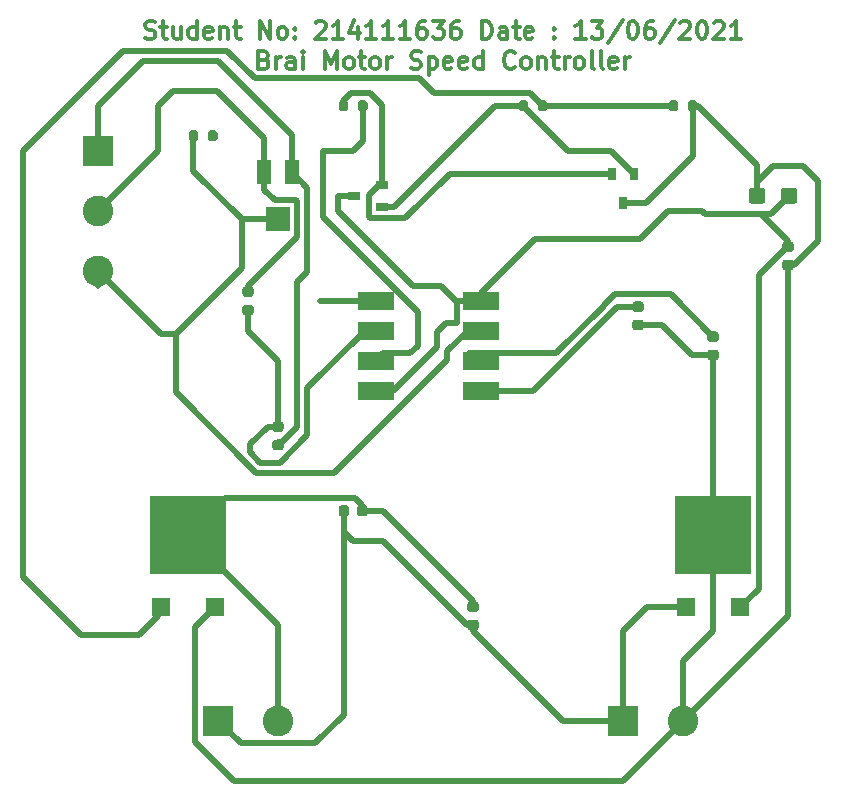
<source format=gbr>
%TF.GenerationSoftware,KiCad,Pcbnew,(5.1.8)-1*%
%TF.CreationDate,2021-06-13T11:57:15+02:00*%
%TF.ProjectId,Assignment3,41737369-676e-46d6-956e-74332e6b6963,rev?*%
%TF.SameCoordinates,Original*%
%TF.FileFunction,Copper,L1,Top*%
%TF.FilePolarity,Positive*%
%FSLAX46Y46*%
G04 Gerber Fmt 4.6, Leading zero omitted, Abs format (unit mm)*
G04 Created by KiCad (PCBNEW (5.1.8)-1) date 2021-06-13 11:57:15*
%MOMM*%
%LPD*%
G01*
G04 APERTURE LIST*
%TA.AperFunction,NonConductor*%
%ADD10C,0.300000*%
%TD*%
%TA.AperFunction,SMDPad,CuDef*%
%ADD11R,3.100000X1.600000*%
%TD*%
%TA.AperFunction,SMDPad,CuDef*%
%ADD12R,6.500000X6.700000*%
%TD*%
%TA.AperFunction,SMDPad,CuDef*%
%ADD13R,1.500000X1.600000*%
%TD*%
%TA.AperFunction,ComponentPad*%
%ADD14C,2.600000*%
%TD*%
%TA.AperFunction,ComponentPad*%
%ADD15R,2.600000X2.600000*%
%TD*%
%TA.AperFunction,SMDPad,CuDef*%
%ADD16R,1.300000X2.000000*%
%TD*%
%TA.AperFunction,SMDPad,CuDef*%
%ADD17R,2.000000X2.000000*%
%TD*%
%TA.AperFunction,SMDPad,CuDef*%
%ADD18R,0.700000X1.000000*%
%TD*%
%TA.AperFunction,SMDPad,CuDef*%
%ADD19R,1.000000X0.700000*%
%TD*%
%TA.AperFunction,Conductor*%
%ADD20C,0.508000*%
%TD*%
G04 APERTURE END LIST*
D10*
X87235714Y-39972142D02*
X87450000Y-40043571D01*
X87807142Y-40043571D01*
X87950000Y-39972142D01*
X88021428Y-39900714D01*
X88092857Y-39757857D01*
X88092857Y-39615000D01*
X88021428Y-39472142D01*
X87950000Y-39400714D01*
X87807142Y-39329285D01*
X87521428Y-39257857D01*
X87378571Y-39186428D01*
X87307142Y-39115000D01*
X87235714Y-38972142D01*
X87235714Y-38829285D01*
X87307142Y-38686428D01*
X87378571Y-38615000D01*
X87521428Y-38543571D01*
X87878571Y-38543571D01*
X88092857Y-38615000D01*
X88521428Y-39043571D02*
X89092857Y-39043571D01*
X88735714Y-38543571D02*
X88735714Y-39829285D01*
X88807142Y-39972142D01*
X88950000Y-40043571D01*
X89092857Y-40043571D01*
X90235714Y-39043571D02*
X90235714Y-40043571D01*
X89592857Y-39043571D02*
X89592857Y-39829285D01*
X89664285Y-39972142D01*
X89807142Y-40043571D01*
X90021428Y-40043571D01*
X90164285Y-39972142D01*
X90235714Y-39900714D01*
X91592857Y-40043571D02*
X91592857Y-38543571D01*
X91592857Y-39972142D02*
X91450000Y-40043571D01*
X91164285Y-40043571D01*
X91021428Y-39972142D01*
X90950000Y-39900714D01*
X90878571Y-39757857D01*
X90878571Y-39329285D01*
X90950000Y-39186428D01*
X91021428Y-39115000D01*
X91164285Y-39043571D01*
X91450000Y-39043571D01*
X91592857Y-39115000D01*
X92878571Y-39972142D02*
X92735714Y-40043571D01*
X92450000Y-40043571D01*
X92307142Y-39972142D01*
X92235714Y-39829285D01*
X92235714Y-39257857D01*
X92307142Y-39115000D01*
X92450000Y-39043571D01*
X92735714Y-39043571D01*
X92878571Y-39115000D01*
X92950000Y-39257857D01*
X92950000Y-39400714D01*
X92235714Y-39543571D01*
X93592857Y-39043571D02*
X93592857Y-40043571D01*
X93592857Y-39186428D02*
X93664285Y-39115000D01*
X93807142Y-39043571D01*
X94021428Y-39043571D01*
X94164285Y-39115000D01*
X94235714Y-39257857D01*
X94235714Y-40043571D01*
X94735714Y-39043571D02*
X95307142Y-39043571D01*
X94950000Y-38543571D02*
X94950000Y-39829285D01*
X95021428Y-39972142D01*
X95164285Y-40043571D01*
X95307142Y-40043571D01*
X96950000Y-40043571D02*
X96950000Y-38543571D01*
X97807142Y-40043571D01*
X97807142Y-38543571D01*
X98735714Y-40043571D02*
X98592857Y-39972142D01*
X98521428Y-39900714D01*
X98450000Y-39757857D01*
X98450000Y-39329285D01*
X98521428Y-39186428D01*
X98592857Y-39115000D01*
X98735714Y-39043571D01*
X98950000Y-39043571D01*
X99092857Y-39115000D01*
X99164285Y-39186428D01*
X99235714Y-39329285D01*
X99235714Y-39757857D01*
X99164285Y-39900714D01*
X99092857Y-39972142D01*
X98950000Y-40043571D01*
X98735714Y-40043571D01*
X99878571Y-39900714D02*
X99950000Y-39972142D01*
X99878571Y-40043571D01*
X99807142Y-39972142D01*
X99878571Y-39900714D01*
X99878571Y-40043571D01*
X99878571Y-39115000D02*
X99950000Y-39186428D01*
X99878571Y-39257857D01*
X99807142Y-39186428D01*
X99878571Y-39115000D01*
X99878571Y-39257857D01*
X101664285Y-38686428D02*
X101735714Y-38615000D01*
X101878571Y-38543571D01*
X102235714Y-38543571D01*
X102378571Y-38615000D01*
X102450000Y-38686428D01*
X102521428Y-38829285D01*
X102521428Y-38972142D01*
X102450000Y-39186428D01*
X101592857Y-40043571D01*
X102521428Y-40043571D01*
X103950000Y-40043571D02*
X103092857Y-40043571D01*
X103521428Y-40043571D02*
X103521428Y-38543571D01*
X103378571Y-38757857D01*
X103235714Y-38900714D01*
X103092857Y-38972142D01*
X105235714Y-39043571D02*
X105235714Y-40043571D01*
X104878571Y-38472142D02*
X104521428Y-39543571D01*
X105450000Y-39543571D01*
X106807142Y-40043571D02*
X105950000Y-40043571D01*
X106378571Y-40043571D02*
X106378571Y-38543571D01*
X106235714Y-38757857D01*
X106092857Y-38900714D01*
X105950000Y-38972142D01*
X108235714Y-40043571D02*
X107378571Y-40043571D01*
X107807142Y-40043571D02*
X107807142Y-38543571D01*
X107664285Y-38757857D01*
X107521428Y-38900714D01*
X107378571Y-38972142D01*
X109664285Y-40043571D02*
X108807142Y-40043571D01*
X109235714Y-40043571D02*
X109235714Y-38543571D01*
X109092857Y-38757857D01*
X108950000Y-38900714D01*
X108807142Y-38972142D01*
X110950000Y-38543571D02*
X110664285Y-38543571D01*
X110521428Y-38615000D01*
X110450000Y-38686428D01*
X110307142Y-38900714D01*
X110235714Y-39186428D01*
X110235714Y-39757857D01*
X110307142Y-39900714D01*
X110378571Y-39972142D01*
X110521428Y-40043571D01*
X110807142Y-40043571D01*
X110950000Y-39972142D01*
X111021428Y-39900714D01*
X111092857Y-39757857D01*
X111092857Y-39400714D01*
X111021428Y-39257857D01*
X110950000Y-39186428D01*
X110807142Y-39115000D01*
X110521428Y-39115000D01*
X110378571Y-39186428D01*
X110307142Y-39257857D01*
X110235714Y-39400714D01*
X111592857Y-38543571D02*
X112521428Y-38543571D01*
X112021428Y-39115000D01*
X112235714Y-39115000D01*
X112378571Y-39186428D01*
X112450000Y-39257857D01*
X112521428Y-39400714D01*
X112521428Y-39757857D01*
X112450000Y-39900714D01*
X112378571Y-39972142D01*
X112235714Y-40043571D01*
X111807142Y-40043571D01*
X111664285Y-39972142D01*
X111592857Y-39900714D01*
X113807142Y-38543571D02*
X113521428Y-38543571D01*
X113378571Y-38615000D01*
X113307142Y-38686428D01*
X113164285Y-38900714D01*
X113092857Y-39186428D01*
X113092857Y-39757857D01*
X113164285Y-39900714D01*
X113235714Y-39972142D01*
X113378571Y-40043571D01*
X113664285Y-40043571D01*
X113807142Y-39972142D01*
X113878571Y-39900714D01*
X113950000Y-39757857D01*
X113950000Y-39400714D01*
X113878571Y-39257857D01*
X113807142Y-39186428D01*
X113664285Y-39115000D01*
X113378571Y-39115000D01*
X113235714Y-39186428D01*
X113164285Y-39257857D01*
X113092857Y-39400714D01*
X115735714Y-40043571D02*
X115735714Y-38543571D01*
X116092857Y-38543571D01*
X116307142Y-38615000D01*
X116450000Y-38757857D01*
X116521428Y-38900714D01*
X116592857Y-39186428D01*
X116592857Y-39400714D01*
X116521428Y-39686428D01*
X116450000Y-39829285D01*
X116307142Y-39972142D01*
X116092857Y-40043571D01*
X115735714Y-40043571D01*
X117878571Y-40043571D02*
X117878571Y-39257857D01*
X117807142Y-39115000D01*
X117664285Y-39043571D01*
X117378571Y-39043571D01*
X117235714Y-39115000D01*
X117878571Y-39972142D02*
X117735714Y-40043571D01*
X117378571Y-40043571D01*
X117235714Y-39972142D01*
X117164285Y-39829285D01*
X117164285Y-39686428D01*
X117235714Y-39543571D01*
X117378571Y-39472142D01*
X117735714Y-39472142D01*
X117878571Y-39400714D01*
X118378571Y-39043571D02*
X118950000Y-39043571D01*
X118592857Y-38543571D02*
X118592857Y-39829285D01*
X118664285Y-39972142D01*
X118807142Y-40043571D01*
X118950000Y-40043571D01*
X120021428Y-39972142D02*
X119878571Y-40043571D01*
X119592857Y-40043571D01*
X119450000Y-39972142D01*
X119378571Y-39829285D01*
X119378571Y-39257857D01*
X119450000Y-39115000D01*
X119592857Y-39043571D01*
X119878571Y-39043571D01*
X120021428Y-39115000D01*
X120092857Y-39257857D01*
X120092857Y-39400714D01*
X119378571Y-39543571D01*
X121878571Y-39900714D02*
X121950000Y-39972142D01*
X121878571Y-40043571D01*
X121807142Y-39972142D01*
X121878571Y-39900714D01*
X121878571Y-40043571D01*
X121878571Y-39115000D02*
X121950000Y-39186428D01*
X121878571Y-39257857D01*
X121807142Y-39186428D01*
X121878571Y-39115000D01*
X121878571Y-39257857D01*
X124521428Y-40043571D02*
X123664285Y-40043571D01*
X124092857Y-40043571D02*
X124092857Y-38543571D01*
X123950000Y-38757857D01*
X123807142Y-38900714D01*
X123664285Y-38972142D01*
X125021428Y-38543571D02*
X125950000Y-38543571D01*
X125450000Y-39115000D01*
X125664285Y-39115000D01*
X125807142Y-39186428D01*
X125878571Y-39257857D01*
X125950000Y-39400714D01*
X125950000Y-39757857D01*
X125878571Y-39900714D01*
X125807142Y-39972142D01*
X125664285Y-40043571D01*
X125235714Y-40043571D01*
X125092857Y-39972142D01*
X125021428Y-39900714D01*
X127664285Y-38472142D02*
X126378571Y-40400714D01*
X128450000Y-38543571D02*
X128592857Y-38543571D01*
X128735714Y-38615000D01*
X128807142Y-38686428D01*
X128878571Y-38829285D01*
X128950000Y-39115000D01*
X128950000Y-39472142D01*
X128878571Y-39757857D01*
X128807142Y-39900714D01*
X128735714Y-39972142D01*
X128592857Y-40043571D01*
X128450000Y-40043571D01*
X128307142Y-39972142D01*
X128235714Y-39900714D01*
X128164285Y-39757857D01*
X128092857Y-39472142D01*
X128092857Y-39115000D01*
X128164285Y-38829285D01*
X128235714Y-38686428D01*
X128307142Y-38615000D01*
X128450000Y-38543571D01*
X130235714Y-38543571D02*
X129950000Y-38543571D01*
X129807142Y-38615000D01*
X129735714Y-38686428D01*
X129592857Y-38900714D01*
X129521428Y-39186428D01*
X129521428Y-39757857D01*
X129592857Y-39900714D01*
X129664285Y-39972142D01*
X129807142Y-40043571D01*
X130092857Y-40043571D01*
X130235714Y-39972142D01*
X130307142Y-39900714D01*
X130378571Y-39757857D01*
X130378571Y-39400714D01*
X130307142Y-39257857D01*
X130235714Y-39186428D01*
X130092857Y-39115000D01*
X129807142Y-39115000D01*
X129664285Y-39186428D01*
X129592857Y-39257857D01*
X129521428Y-39400714D01*
X132092857Y-38472142D02*
X130807142Y-40400714D01*
X132521428Y-38686428D02*
X132592857Y-38615000D01*
X132735714Y-38543571D01*
X133092857Y-38543571D01*
X133235714Y-38615000D01*
X133307142Y-38686428D01*
X133378571Y-38829285D01*
X133378571Y-38972142D01*
X133307142Y-39186428D01*
X132450000Y-40043571D01*
X133378571Y-40043571D01*
X134307142Y-38543571D02*
X134450000Y-38543571D01*
X134592857Y-38615000D01*
X134664285Y-38686428D01*
X134735714Y-38829285D01*
X134807142Y-39115000D01*
X134807142Y-39472142D01*
X134735714Y-39757857D01*
X134664285Y-39900714D01*
X134592857Y-39972142D01*
X134450000Y-40043571D01*
X134307142Y-40043571D01*
X134164285Y-39972142D01*
X134092857Y-39900714D01*
X134021428Y-39757857D01*
X133950000Y-39472142D01*
X133950000Y-39115000D01*
X134021428Y-38829285D01*
X134092857Y-38686428D01*
X134164285Y-38615000D01*
X134307142Y-38543571D01*
X135378571Y-38686428D02*
X135450000Y-38615000D01*
X135592857Y-38543571D01*
X135950000Y-38543571D01*
X136092857Y-38615000D01*
X136164285Y-38686428D01*
X136235714Y-38829285D01*
X136235714Y-38972142D01*
X136164285Y-39186428D01*
X135307142Y-40043571D01*
X136235714Y-40043571D01*
X137664285Y-40043571D02*
X136807142Y-40043571D01*
X137235714Y-40043571D02*
X137235714Y-38543571D01*
X137092857Y-38757857D01*
X136950000Y-38900714D01*
X136807142Y-38972142D01*
X97307142Y-41807857D02*
X97521428Y-41879285D01*
X97592857Y-41950714D01*
X97664285Y-42093571D01*
X97664285Y-42307857D01*
X97592857Y-42450714D01*
X97521428Y-42522142D01*
X97378571Y-42593571D01*
X96807142Y-42593571D01*
X96807142Y-41093571D01*
X97307142Y-41093571D01*
X97449999Y-41165000D01*
X97521428Y-41236428D01*
X97592857Y-41379285D01*
X97592857Y-41522142D01*
X97521428Y-41665000D01*
X97449999Y-41736428D01*
X97307142Y-41807857D01*
X96807142Y-41807857D01*
X98307142Y-42593571D02*
X98307142Y-41593571D01*
X98307142Y-41879285D02*
X98378571Y-41736428D01*
X98449999Y-41665000D01*
X98592857Y-41593571D01*
X98735714Y-41593571D01*
X99878571Y-42593571D02*
X99878571Y-41807857D01*
X99807142Y-41665000D01*
X99664285Y-41593571D01*
X99378571Y-41593571D01*
X99235714Y-41665000D01*
X99878571Y-42522142D02*
X99735714Y-42593571D01*
X99378571Y-42593571D01*
X99235714Y-42522142D01*
X99164285Y-42379285D01*
X99164285Y-42236428D01*
X99235714Y-42093571D01*
X99378571Y-42022142D01*
X99735714Y-42022142D01*
X99878571Y-41950714D01*
X100592857Y-42593571D02*
X100592857Y-41593571D01*
X100592857Y-41093571D02*
X100521428Y-41165000D01*
X100592857Y-41236428D01*
X100664285Y-41165000D01*
X100592857Y-41093571D01*
X100592857Y-41236428D01*
X102449999Y-42593571D02*
X102449999Y-41093571D01*
X102949999Y-42165000D01*
X103449999Y-41093571D01*
X103449999Y-42593571D01*
X104378571Y-42593571D02*
X104235714Y-42522142D01*
X104164285Y-42450714D01*
X104092857Y-42307857D01*
X104092857Y-41879285D01*
X104164285Y-41736428D01*
X104235714Y-41665000D01*
X104378571Y-41593571D01*
X104592857Y-41593571D01*
X104735714Y-41665000D01*
X104807142Y-41736428D01*
X104878571Y-41879285D01*
X104878571Y-42307857D01*
X104807142Y-42450714D01*
X104735714Y-42522142D01*
X104592857Y-42593571D01*
X104378571Y-42593571D01*
X105307142Y-41593571D02*
X105878571Y-41593571D01*
X105521428Y-41093571D02*
X105521428Y-42379285D01*
X105592857Y-42522142D01*
X105735714Y-42593571D01*
X105878571Y-42593571D01*
X106592857Y-42593571D02*
X106449999Y-42522142D01*
X106378571Y-42450714D01*
X106307142Y-42307857D01*
X106307142Y-41879285D01*
X106378571Y-41736428D01*
X106449999Y-41665000D01*
X106592857Y-41593571D01*
X106807142Y-41593571D01*
X106949999Y-41665000D01*
X107021428Y-41736428D01*
X107092857Y-41879285D01*
X107092857Y-42307857D01*
X107021428Y-42450714D01*
X106949999Y-42522142D01*
X106807142Y-42593571D01*
X106592857Y-42593571D01*
X107735714Y-42593571D02*
X107735714Y-41593571D01*
X107735714Y-41879285D02*
X107807142Y-41736428D01*
X107878571Y-41665000D01*
X108021428Y-41593571D01*
X108164285Y-41593571D01*
X109735714Y-42522142D02*
X109949999Y-42593571D01*
X110307142Y-42593571D01*
X110449999Y-42522142D01*
X110521428Y-42450714D01*
X110592857Y-42307857D01*
X110592857Y-42165000D01*
X110521428Y-42022142D01*
X110449999Y-41950714D01*
X110307142Y-41879285D01*
X110021428Y-41807857D01*
X109878571Y-41736428D01*
X109807142Y-41665000D01*
X109735714Y-41522142D01*
X109735714Y-41379285D01*
X109807142Y-41236428D01*
X109878571Y-41165000D01*
X110021428Y-41093571D01*
X110378571Y-41093571D01*
X110592857Y-41165000D01*
X111235714Y-41593571D02*
X111235714Y-43093571D01*
X111235714Y-41665000D02*
X111378571Y-41593571D01*
X111664285Y-41593571D01*
X111807142Y-41665000D01*
X111878571Y-41736428D01*
X111949999Y-41879285D01*
X111949999Y-42307857D01*
X111878571Y-42450714D01*
X111807142Y-42522142D01*
X111664285Y-42593571D01*
X111378571Y-42593571D01*
X111235714Y-42522142D01*
X113164285Y-42522142D02*
X113021428Y-42593571D01*
X112735714Y-42593571D01*
X112592857Y-42522142D01*
X112521428Y-42379285D01*
X112521428Y-41807857D01*
X112592857Y-41665000D01*
X112735714Y-41593571D01*
X113021428Y-41593571D01*
X113164285Y-41665000D01*
X113235714Y-41807857D01*
X113235714Y-41950714D01*
X112521428Y-42093571D01*
X114449999Y-42522142D02*
X114307142Y-42593571D01*
X114021428Y-42593571D01*
X113878571Y-42522142D01*
X113807142Y-42379285D01*
X113807142Y-41807857D01*
X113878571Y-41665000D01*
X114021428Y-41593571D01*
X114307142Y-41593571D01*
X114449999Y-41665000D01*
X114521428Y-41807857D01*
X114521428Y-41950714D01*
X113807142Y-42093571D01*
X115807142Y-42593571D02*
X115807142Y-41093571D01*
X115807142Y-42522142D02*
X115664285Y-42593571D01*
X115378571Y-42593571D01*
X115235714Y-42522142D01*
X115164285Y-42450714D01*
X115092857Y-42307857D01*
X115092857Y-41879285D01*
X115164285Y-41736428D01*
X115235714Y-41665000D01*
X115378571Y-41593571D01*
X115664285Y-41593571D01*
X115807142Y-41665000D01*
X118521428Y-42450714D02*
X118449999Y-42522142D01*
X118235714Y-42593571D01*
X118092857Y-42593571D01*
X117878571Y-42522142D01*
X117735714Y-42379285D01*
X117664285Y-42236428D01*
X117592857Y-41950714D01*
X117592857Y-41736428D01*
X117664285Y-41450714D01*
X117735714Y-41307857D01*
X117878571Y-41165000D01*
X118092857Y-41093571D01*
X118235714Y-41093571D01*
X118449999Y-41165000D01*
X118521428Y-41236428D01*
X119378571Y-42593571D02*
X119235714Y-42522142D01*
X119164285Y-42450714D01*
X119092857Y-42307857D01*
X119092857Y-41879285D01*
X119164285Y-41736428D01*
X119235714Y-41665000D01*
X119378571Y-41593571D01*
X119592857Y-41593571D01*
X119735714Y-41665000D01*
X119807142Y-41736428D01*
X119878571Y-41879285D01*
X119878571Y-42307857D01*
X119807142Y-42450714D01*
X119735714Y-42522142D01*
X119592857Y-42593571D01*
X119378571Y-42593571D01*
X120521428Y-41593571D02*
X120521428Y-42593571D01*
X120521428Y-41736428D02*
X120592857Y-41665000D01*
X120735714Y-41593571D01*
X120949999Y-41593571D01*
X121092857Y-41665000D01*
X121164285Y-41807857D01*
X121164285Y-42593571D01*
X121664285Y-41593571D02*
X122235714Y-41593571D01*
X121878571Y-41093571D02*
X121878571Y-42379285D01*
X121949999Y-42522142D01*
X122092857Y-42593571D01*
X122235714Y-42593571D01*
X122735714Y-42593571D02*
X122735714Y-41593571D01*
X122735714Y-41879285D02*
X122807142Y-41736428D01*
X122878571Y-41665000D01*
X123021428Y-41593571D01*
X123164285Y-41593571D01*
X123878571Y-42593571D02*
X123735714Y-42522142D01*
X123664285Y-42450714D01*
X123592857Y-42307857D01*
X123592857Y-41879285D01*
X123664285Y-41736428D01*
X123735714Y-41665000D01*
X123878571Y-41593571D01*
X124092857Y-41593571D01*
X124235714Y-41665000D01*
X124307142Y-41736428D01*
X124378571Y-41879285D01*
X124378571Y-42307857D01*
X124307142Y-42450714D01*
X124235714Y-42522142D01*
X124092857Y-42593571D01*
X123878571Y-42593571D01*
X125235714Y-42593571D02*
X125092857Y-42522142D01*
X125021428Y-42379285D01*
X125021428Y-41093571D01*
X126021428Y-42593571D02*
X125878571Y-42522142D01*
X125807142Y-42379285D01*
X125807142Y-41093571D01*
X127164285Y-42522142D02*
X127021428Y-42593571D01*
X126735714Y-42593571D01*
X126592857Y-42522142D01*
X126521428Y-42379285D01*
X126521428Y-41807857D01*
X126592857Y-41665000D01*
X126735714Y-41593571D01*
X127021428Y-41593571D01*
X127164285Y-41665000D01*
X127235714Y-41807857D01*
X127235714Y-41950714D01*
X126521428Y-42093571D01*
X127878571Y-42593571D02*
X127878571Y-41593571D01*
X127878571Y-41879285D02*
X127950000Y-41736428D01*
X128021428Y-41665000D01*
X128164285Y-41593571D01*
X128307142Y-41593571D01*
D11*
%TO.P,IC1,8*%
%TO.N,+9V*%
X115625000Y-62230000D03*
%TO.P,IC1,4*%
X106735000Y-69850000D03*
%TO.P,IC1,7*%
%TO.N,Net-(External_POT1-Pad3)*%
X115625000Y-64770000D03*
%TO.P,IC1,3*%
%TO.N,Net-(IC1-Pad3)*%
X106735000Y-67310000D03*
%TO.P,IC1,6*%
%TO.N,Net-(C3-Pad2)*%
X115625000Y-67310000D03*
%TO.P,IC1,2*%
X106735000Y-64770000D03*
%TO.P,IC1,5*%
%TO.N,Net-(C2-Pad1)*%
X115625000Y-69850000D03*
%TO.P,IC1,1*%
%TO.N,0*%
X106735000Y-62230000D03*
%TD*%
D12*
%TO.P,Q3,2*%
%TO.N,Net-(C5-Pad2)*%
X90860000Y-82020000D03*
D13*
%TO.P,Q3,3*%
%TO.N,0*%
X93160000Y-88170000D03*
%TO.P,Q3,1*%
%TO.N,Net-(Q3-Pad1)*%
X88560000Y-88170000D03*
%TD*%
D12*
%TO.P,IC2,2*%
%TO.N,0*%
X135310000Y-82020000D03*
D13*
%TO.P,IC2,3*%
%TO.N,+9V*%
X137610000Y-88170000D03*
%TO.P,IC2,1*%
%TO.N,Net-(Battery1-Pad1)*%
X133010000Y-88170000D03*
%TD*%
D14*
%TO.P,Battery1,2*%
%TO.N,0*%
X132770000Y-97790000D03*
D15*
%TO.P,Battery1,1*%
%TO.N,Net-(Battery1-Pad1)*%
X127690000Y-97790000D03*
%TD*%
%TO.P,R5,2*%
%TO.N,0*%
%TA.AperFunction,SMDPad,CuDef*%
G36*
G01*
X133195000Y-45995000D02*
X133195000Y-45445000D01*
G75*
G02*
X133395000Y-45245000I200000J0D01*
G01*
X133795000Y-45245000D01*
G75*
G02*
X133995000Y-45445000I0J-200000D01*
G01*
X133995000Y-45995000D01*
G75*
G02*
X133795000Y-46195000I-200000J0D01*
G01*
X133395000Y-46195000D01*
G75*
G02*
X133195000Y-45995000I0J200000D01*
G01*
G37*
%TD.AperFunction*%
%TO.P,R5,1*%
%TO.N,Net-(Q3-Pad1)*%
%TA.AperFunction,SMDPad,CuDef*%
G36*
G01*
X131545000Y-45995000D02*
X131545000Y-45445000D01*
G75*
G02*
X131745000Y-45245000I200000J0D01*
G01*
X132145000Y-45245000D01*
G75*
G02*
X132345000Y-45445000I0J-200000D01*
G01*
X132345000Y-45995000D01*
G75*
G02*
X132145000Y-46195000I-200000J0D01*
G01*
X131745000Y-46195000D01*
G75*
G02*
X131545000Y-45995000I0J200000D01*
G01*
G37*
%TD.AperFunction*%
%TD*%
%TO.P,R4,2*%
%TO.N,Net-(Q3-Pad1)*%
%TA.AperFunction,SMDPad,CuDef*%
G36*
G01*
X120495000Y-45995000D02*
X120495000Y-45445000D01*
G75*
G02*
X120695000Y-45245000I200000J0D01*
G01*
X121095000Y-45245000D01*
G75*
G02*
X121295000Y-45445000I0J-200000D01*
G01*
X121295000Y-45995000D01*
G75*
G02*
X121095000Y-46195000I-200000J0D01*
G01*
X120695000Y-46195000D01*
G75*
G02*
X120495000Y-45995000I0J200000D01*
G01*
G37*
%TD.AperFunction*%
%TO.P,R4,1*%
%TO.N,Net-(Q1-Pad1)*%
%TA.AperFunction,SMDPad,CuDef*%
G36*
G01*
X118845000Y-45995000D02*
X118845000Y-45445000D01*
G75*
G02*
X119045000Y-45245000I200000J0D01*
G01*
X119445000Y-45245000D01*
G75*
G02*
X119645000Y-45445000I0J-200000D01*
G01*
X119645000Y-45995000D01*
G75*
G02*
X119445000Y-46195000I-200000J0D01*
G01*
X119045000Y-46195000D01*
G75*
G02*
X118845000Y-45995000I0J200000D01*
G01*
G37*
%TD.AperFunction*%
%TD*%
%TO.P,R3,2*%
%TO.N,Net-(IC1-Pad3)*%
%TA.AperFunction,SMDPad,CuDef*%
G36*
G01*
X105255000Y-45995000D02*
X105255000Y-45445000D01*
G75*
G02*
X105455000Y-45245000I200000J0D01*
G01*
X105855000Y-45245000D01*
G75*
G02*
X106055000Y-45445000I0J-200000D01*
G01*
X106055000Y-45995000D01*
G75*
G02*
X105855000Y-46195000I-200000J0D01*
G01*
X105455000Y-46195000D01*
G75*
G02*
X105255000Y-45995000I0J200000D01*
G01*
G37*
%TD.AperFunction*%
%TO.P,R3,1*%
%TO.N,Net-(Q1-Pad2)*%
%TA.AperFunction,SMDPad,CuDef*%
G36*
G01*
X103605000Y-45995000D02*
X103605000Y-45445000D01*
G75*
G02*
X103805000Y-45245000I200000J0D01*
G01*
X104205000Y-45245000D01*
G75*
G02*
X104405000Y-45445000I0J-200000D01*
G01*
X104405000Y-45995000D01*
G75*
G02*
X104205000Y-46195000I-200000J0D01*
G01*
X103805000Y-46195000D01*
G75*
G02*
X103605000Y-45995000I0J200000D01*
G01*
G37*
%TD.AperFunction*%
%TD*%
%TO.P,R2,2*%
%TO.N,+9V*%
%TA.AperFunction,SMDPad,CuDef*%
G36*
G01*
X92555000Y-48535000D02*
X92555000Y-47985000D01*
G75*
G02*
X92755000Y-47785000I200000J0D01*
G01*
X93155000Y-47785000D01*
G75*
G02*
X93355000Y-47985000I0J-200000D01*
G01*
X93355000Y-48535000D01*
G75*
G02*
X93155000Y-48735000I-200000J0D01*
G01*
X92755000Y-48735000D01*
G75*
G02*
X92555000Y-48535000I0J200000D01*
G01*
G37*
%TD.AperFunction*%
%TO.P,R2,1*%
%TO.N,Net-(External_POT1-Pad3)*%
%TA.AperFunction,SMDPad,CuDef*%
G36*
G01*
X90905000Y-48535000D02*
X90905000Y-47985000D01*
G75*
G02*
X91105000Y-47785000I200000J0D01*
G01*
X91505000Y-47785000D01*
G75*
G02*
X91705000Y-47985000I0J-200000D01*
G01*
X91705000Y-48535000D01*
G75*
G02*
X91505000Y-48735000I-200000J0D01*
G01*
X91105000Y-48735000D01*
G75*
G02*
X90905000Y-48535000I0J200000D01*
G01*
G37*
%TD.AperFunction*%
%TD*%
D16*
%TO.P,R1,3*%
%TO.N,Net-(D2-Pad1)*%
X97330000Y-51340000D03*
D17*
%TO.P,R1,2*%
%TO.N,Net-(External_POT1-Pad3)*%
X98480000Y-55340000D03*
D16*
%TO.P,R1,1*%
%TO.N,Net-(D1-Pad2)*%
X99630000Y-51340000D03*
%TD*%
D18*
%TO.P,Q2,3*%
%TO.N,0*%
X127690000Y-53905000D03*
%TO.P,Q2,2*%
%TO.N,Net-(Q1-Pad2)*%
X126740000Y-51505000D03*
%TO.P,Q2,1*%
%TO.N,Net-(Q1-Pad1)*%
X128640000Y-51505000D03*
%TD*%
D19*
%TO.P,Q1,3*%
%TO.N,+9V*%
X104900000Y-53340000D03*
%TO.P,Q1,2*%
%TO.N,Net-(Q1-Pad2)*%
X107300000Y-52390000D03*
%TO.P,Q1,1*%
%TO.N,Net-(Q1-Pad1)*%
X107300000Y-54290000D03*
%TD*%
%TO.P,D3,2*%
%TO.N,Net-(C5-Pad2)*%
%TA.AperFunction,SMDPad,CuDef*%
G36*
G01*
X105180000Y-80266250D02*
X105180000Y-79753750D01*
G75*
G02*
X105398750Y-79535000I218750J0D01*
G01*
X105836250Y-79535000D01*
G75*
G02*
X106055000Y-79753750I0J-218750D01*
G01*
X106055000Y-80266250D01*
G75*
G02*
X105836250Y-80485000I-218750J0D01*
G01*
X105398750Y-80485000D01*
G75*
G02*
X105180000Y-80266250I0J218750D01*
G01*
G37*
%TD.AperFunction*%
%TO.P,D3,1*%
%TO.N,Net-(Battery1-Pad1)*%
%TA.AperFunction,SMDPad,CuDef*%
G36*
G01*
X103605000Y-80266250D02*
X103605000Y-79753750D01*
G75*
G02*
X103823750Y-79535000I218750J0D01*
G01*
X104261250Y-79535000D01*
G75*
G02*
X104480000Y-79753750I0J-218750D01*
G01*
X104480000Y-80266250D01*
G75*
G02*
X104261250Y-80485000I-218750J0D01*
G01*
X103823750Y-80485000D01*
G75*
G02*
X103605000Y-80266250I0J218750D01*
G01*
G37*
%TD.AperFunction*%
%TD*%
%TO.P,D2,2*%
%TO.N,Net-(C3-Pad2)*%
%TA.AperFunction,SMDPad,CuDef*%
G36*
G01*
X95683750Y-62580000D02*
X96196250Y-62580000D01*
G75*
G02*
X96415000Y-62798750I0J-218750D01*
G01*
X96415000Y-63236250D01*
G75*
G02*
X96196250Y-63455000I-218750J0D01*
G01*
X95683750Y-63455000D01*
G75*
G02*
X95465000Y-63236250I0J218750D01*
G01*
X95465000Y-62798750D01*
G75*
G02*
X95683750Y-62580000I218750J0D01*
G01*
G37*
%TD.AperFunction*%
%TO.P,D2,1*%
%TO.N,Net-(D2-Pad1)*%
%TA.AperFunction,SMDPad,CuDef*%
G36*
G01*
X95683750Y-61005000D02*
X96196250Y-61005000D01*
G75*
G02*
X96415000Y-61223750I0J-218750D01*
G01*
X96415000Y-61661250D01*
G75*
G02*
X96196250Y-61880000I-218750J0D01*
G01*
X95683750Y-61880000D01*
G75*
G02*
X95465000Y-61661250I0J218750D01*
G01*
X95465000Y-61223750D01*
G75*
G02*
X95683750Y-61005000I218750J0D01*
G01*
G37*
%TD.AperFunction*%
%TD*%
%TO.P,D1,2*%
%TO.N,Net-(D1-Pad2)*%
%TA.AperFunction,SMDPad,CuDef*%
G36*
G01*
X98223750Y-74010000D02*
X98736250Y-74010000D01*
G75*
G02*
X98955000Y-74228750I0J-218750D01*
G01*
X98955000Y-74666250D01*
G75*
G02*
X98736250Y-74885000I-218750J0D01*
G01*
X98223750Y-74885000D01*
G75*
G02*
X98005000Y-74666250I0J218750D01*
G01*
X98005000Y-74228750D01*
G75*
G02*
X98223750Y-74010000I218750J0D01*
G01*
G37*
%TD.AperFunction*%
%TO.P,D1,1*%
%TO.N,Net-(C3-Pad2)*%
%TA.AperFunction,SMDPad,CuDef*%
G36*
G01*
X98223750Y-72435000D02*
X98736250Y-72435000D01*
G75*
G02*
X98955000Y-72653750I0J-218750D01*
G01*
X98955000Y-73091250D01*
G75*
G02*
X98736250Y-73310000I-218750J0D01*
G01*
X98223750Y-73310000D01*
G75*
G02*
X98005000Y-73091250I0J218750D01*
G01*
X98005000Y-72653750D01*
G75*
G02*
X98223750Y-72435000I218750J0D01*
G01*
G37*
%TD.AperFunction*%
%TD*%
%TO.P,C5,2*%
%TO.N,Net-(C5-Pad2)*%
%TA.AperFunction,SMDPad,CuDef*%
G36*
G01*
X115240000Y-88575000D02*
X114740000Y-88575000D01*
G75*
G02*
X114515000Y-88350000I0J225000D01*
G01*
X114515000Y-87900000D01*
G75*
G02*
X114740000Y-87675000I225000J0D01*
G01*
X115240000Y-87675000D01*
G75*
G02*
X115465000Y-87900000I0J-225000D01*
G01*
X115465000Y-88350000D01*
G75*
G02*
X115240000Y-88575000I-225000J0D01*
G01*
G37*
%TD.AperFunction*%
%TO.P,C5,1*%
%TO.N,Net-(Battery1-Pad1)*%
%TA.AperFunction,SMDPad,CuDef*%
G36*
G01*
X115240000Y-90125000D02*
X114740000Y-90125000D01*
G75*
G02*
X114515000Y-89900000I0J225000D01*
G01*
X114515000Y-89450000D01*
G75*
G02*
X114740000Y-89225000I225000J0D01*
G01*
X115240000Y-89225000D01*
G75*
G02*
X115465000Y-89450000I0J-225000D01*
G01*
X115465000Y-89900000D01*
G75*
G02*
X115240000Y-90125000I-225000J0D01*
G01*
G37*
%TD.AperFunction*%
%TD*%
%TO.P,C4,2*%
%TO.N,0*%
%TA.AperFunction,SMDPad,CuDef*%
G36*
G01*
X139740000Y-52914999D02*
X139740000Y-53765001D01*
G75*
G02*
X139490001Y-54015000I-249999J0D01*
G01*
X138589999Y-54015000D01*
G75*
G02*
X138340000Y-53765001I0J249999D01*
G01*
X138340000Y-52914999D01*
G75*
G02*
X138589999Y-52665000I249999J0D01*
G01*
X139490001Y-52665000D01*
G75*
G02*
X139740000Y-52914999I0J-249999D01*
G01*
G37*
%TD.AperFunction*%
%TO.P,C4,1*%
%TO.N,+9V*%
%TA.AperFunction,SMDPad,CuDef*%
G36*
G01*
X142440000Y-52914999D02*
X142440000Y-53765001D01*
G75*
G02*
X142190001Y-54015000I-249999J0D01*
G01*
X141289999Y-54015000D01*
G75*
G02*
X141040000Y-53765001I0J249999D01*
G01*
X141040000Y-52914999D01*
G75*
G02*
X141289999Y-52665000I249999J0D01*
G01*
X142190001Y-52665000D01*
G75*
G02*
X142440000Y-52914999I0J-249999D01*
G01*
G37*
%TD.AperFunction*%
%TD*%
%TO.P,C3,2*%
%TO.N,Net-(C3-Pad2)*%
%TA.AperFunction,SMDPad,CuDef*%
G36*
G01*
X135560000Y-65715000D02*
X135060000Y-65715000D01*
G75*
G02*
X134835000Y-65490000I0J225000D01*
G01*
X134835000Y-65040000D01*
G75*
G02*
X135060000Y-64815000I225000J0D01*
G01*
X135560000Y-64815000D01*
G75*
G02*
X135785000Y-65040000I0J-225000D01*
G01*
X135785000Y-65490000D01*
G75*
G02*
X135560000Y-65715000I-225000J0D01*
G01*
G37*
%TD.AperFunction*%
%TO.P,C3,1*%
%TO.N,0*%
%TA.AperFunction,SMDPad,CuDef*%
G36*
G01*
X135560000Y-67265000D02*
X135060000Y-67265000D01*
G75*
G02*
X134835000Y-67040000I0J225000D01*
G01*
X134835000Y-66590000D01*
G75*
G02*
X135060000Y-66365000I225000J0D01*
G01*
X135560000Y-66365000D01*
G75*
G02*
X135785000Y-66590000I0J-225000D01*
G01*
X135785000Y-67040000D01*
G75*
G02*
X135560000Y-67265000I-225000J0D01*
G01*
G37*
%TD.AperFunction*%
%TD*%
%TO.P,C2,2*%
%TO.N,0*%
%TA.AperFunction,SMDPad,CuDef*%
G36*
G01*
X128710000Y-63825000D02*
X129210000Y-63825000D01*
G75*
G02*
X129435000Y-64050000I0J-225000D01*
G01*
X129435000Y-64500000D01*
G75*
G02*
X129210000Y-64725000I-225000J0D01*
G01*
X128710000Y-64725000D01*
G75*
G02*
X128485000Y-64500000I0J225000D01*
G01*
X128485000Y-64050000D01*
G75*
G02*
X128710000Y-63825000I225000J0D01*
G01*
G37*
%TD.AperFunction*%
%TO.P,C2,1*%
%TO.N,Net-(C2-Pad1)*%
%TA.AperFunction,SMDPad,CuDef*%
G36*
G01*
X128710000Y-62275000D02*
X129210000Y-62275000D01*
G75*
G02*
X129435000Y-62500000I0J-225000D01*
G01*
X129435000Y-62950000D01*
G75*
G02*
X129210000Y-63175000I-225000J0D01*
G01*
X128710000Y-63175000D01*
G75*
G02*
X128485000Y-62950000I0J225000D01*
G01*
X128485000Y-62500000D01*
G75*
G02*
X128710000Y-62275000I225000J0D01*
G01*
G37*
%TD.AperFunction*%
%TD*%
%TO.P,C1,2*%
%TO.N,0*%
%TA.AperFunction,SMDPad,CuDef*%
G36*
G01*
X141410000Y-58745000D02*
X141910000Y-58745000D01*
G75*
G02*
X142135000Y-58970000I0J-225000D01*
G01*
X142135000Y-59420000D01*
G75*
G02*
X141910000Y-59645000I-225000J0D01*
G01*
X141410000Y-59645000D01*
G75*
G02*
X141185000Y-59420000I0J225000D01*
G01*
X141185000Y-58970000D01*
G75*
G02*
X141410000Y-58745000I225000J0D01*
G01*
G37*
%TD.AperFunction*%
%TO.P,C1,1*%
%TO.N,+9V*%
%TA.AperFunction,SMDPad,CuDef*%
G36*
G01*
X141410000Y-57195000D02*
X141910000Y-57195000D01*
G75*
G02*
X142135000Y-57420000I0J-225000D01*
G01*
X142135000Y-57870000D01*
G75*
G02*
X141910000Y-58095000I-225000J0D01*
G01*
X141410000Y-58095000D01*
G75*
G02*
X141185000Y-57870000I0J225000D01*
G01*
X141185000Y-57420000D01*
G75*
G02*
X141410000Y-57195000I225000J0D01*
G01*
G37*
%TD.AperFunction*%
%TD*%
D15*
%TO.P,External_POT1,1*%
%TO.N,Net-(D1-Pad2)*%
X83240000Y-49530000D03*
D14*
%TO.P,External_POT1,2*%
%TO.N,Net-(D2-Pad1)*%
X83240000Y-54610000D03*
%TO.P,External_POT1,3*%
%TO.N,Net-(External_POT1-Pad3)*%
X83240000Y-59690000D03*
%TD*%
D15*
%TO.P,Motor1,1*%
%TO.N,Net-(Battery1-Pad1)*%
X93400000Y-97790000D03*
D14*
%TO.P,Motor1,2*%
%TO.N,Net-(C5-Pad2)*%
X98480000Y-97790000D03*
%TD*%
D20*
%TO.N,0*%
X132770000Y-97790000D02*
X132770000Y-92710000D01*
X134369601Y-82960399D02*
X135310000Y-82020000D01*
X135310000Y-66815000D02*
X135310000Y-82020000D01*
X142135000Y-59195000D02*
X144200000Y-57130000D01*
X141660000Y-59195000D02*
X142135000Y-59195000D01*
X144200000Y-57130000D02*
X144200000Y-52070000D01*
X144200000Y-52070000D02*
X142930000Y-50800000D01*
X139040000Y-53340000D02*
X139040000Y-52150000D01*
X139040000Y-52150000D02*
X140390000Y-50800000D01*
X142930000Y-50800000D02*
X140390000Y-50800000D01*
X133595000Y-45720000D02*
X134040000Y-45720000D01*
X139040000Y-50720000D02*
X139040000Y-53340000D01*
X134040000Y-45720000D02*
X139040000Y-50720000D01*
X127690000Y-53905000D02*
X129665000Y-53905000D01*
X133595000Y-49975000D02*
X133595000Y-45720000D01*
X129665000Y-53905000D02*
X133595000Y-49975000D01*
X128960000Y-64275000D02*
X131005000Y-64275000D01*
X133545000Y-66815000D02*
X135310000Y-66815000D01*
X131005000Y-64275000D02*
X133545000Y-66815000D01*
X141660000Y-88900000D02*
X132770000Y-97790000D01*
X141660000Y-59195000D02*
X141660000Y-88900000D01*
X135310000Y-90170000D02*
X135310000Y-82020000D01*
X134040000Y-91440000D02*
X135310000Y-90170000D01*
X132770000Y-92710000D02*
X134040000Y-91440000D01*
X134040000Y-91440000D02*
X134369601Y-91110399D01*
X91490399Y-99577681D02*
X94782718Y-102870000D01*
X91490399Y-89839601D02*
X91490399Y-99577681D01*
X93160000Y-88170000D02*
X91490399Y-89839601D01*
X127690000Y-102870000D02*
X132770000Y-97790000D01*
X94782718Y-102870000D02*
X127690000Y-102870000D01*
X106735000Y-62230000D02*
X102003790Y-62230000D01*
%TO.N,Net-(C2-Pad1)*%
X120070000Y-69850000D02*
X115625000Y-69850000D01*
X127195000Y-62725000D02*
X120070000Y-69850000D01*
X128960000Y-62725000D02*
X127195000Y-62725000D01*
%TO.N,+9V*%
X109875980Y-60960000D02*
X112320000Y-60960000D01*
X141554682Y-57645000D02*
X141660000Y-57645000D01*
X139169601Y-60030081D02*
X141554682Y-57645000D01*
X139169601Y-86610399D02*
X139169601Y-60030081D01*
X137610000Y-88170000D02*
X139169601Y-86610399D01*
X140177999Y-54902001D02*
X141740000Y-53340000D01*
X120242001Y-56977999D02*
X129132001Y-56977999D01*
X131500000Y-54610000D02*
X134348238Y-54610000D01*
X134348238Y-54610000D02*
X134640239Y-54902001D01*
X129132001Y-56977999D02*
X131500000Y-54610000D01*
X141660000Y-57150000D02*
X139412001Y-54902001D01*
X141660000Y-57645000D02*
X141660000Y-57150000D01*
X139412001Y-54902001D02*
X140177999Y-54902001D01*
X134640239Y-54902001D02*
X139412001Y-54902001D01*
X108188764Y-69888544D02*
X106773544Y-69888544D01*
X111917990Y-66159318D02*
X108188764Y-69888544D01*
X111917990Y-64877230D02*
X111917990Y-66159318D01*
X112660220Y-64135000D02*
X111917990Y-64877230D01*
X113655000Y-64135000D02*
X112660220Y-64135000D01*
X113655000Y-62295000D02*
X113655000Y-64135000D01*
X107352990Y-58402990D02*
X107352990Y-58437010D01*
X103560000Y-53340000D02*
X103560000Y-54610000D01*
X104900000Y-53340000D02*
X103560000Y-53340000D01*
X103560000Y-54610000D02*
X107352990Y-58402990D01*
X107352990Y-58437010D02*
X109875980Y-60960000D01*
X103542990Y-54627010D02*
X107352990Y-58437010D01*
X113590000Y-62230000D02*
X112385000Y-61025000D01*
X115625000Y-62230000D02*
X113590000Y-62230000D01*
X112385000Y-61025000D02*
X113655000Y-62295000D01*
X112320000Y-60960000D02*
X112385000Y-61025000D01*
X115625000Y-62230000D02*
X115625000Y-61595000D01*
X115625000Y-61595000D02*
X117530000Y-59690000D01*
X117530000Y-59690000D02*
X120242001Y-56977999D01*
X116260000Y-60960000D02*
X117530000Y-59690000D01*
%TO.N,Net-(D1-Pad2)*%
X83240000Y-49530000D02*
X83240000Y-45720000D01*
X99630000Y-48188672D02*
X99630000Y-51340000D01*
X99630000Y-51340000D02*
X100089601Y-51799601D01*
X83240000Y-45720000D02*
X87050000Y-41910000D01*
X93351328Y-41910000D02*
X93375664Y-41934336D01*
X87050000Y-41910000D02*
X93351328Y-41910000D01*
X93375664Y-41934336D02*
X99630000Y-48188672D01*
X100953211Y-59756789D02*
X100953211Y-52663211D01*
X100089601Y-60620399D02*
X100953211Y-59756789D01*
X100953211Y-52663211D02*
X99630000Y-51340000D01*
X100089601Y-72909379D02*
X100089601Y-60620399D01*
X98792989Y-74205991D02*
X100089601Y-72909379D01*
X98480000Y-74205991D02*
X98792989Y-74205991D01*
%TO.N,Net-(D2-Pad1)*%
X97330000Y-48475036D02*
X97330000Y-51340000D01*
X93304964Y-44450000D02*
X97330000Y-48475036D01*
X88320000Y-45720000D02*
X89590000Y-44450000D01*
X89590000Y-44450000D02*
X93304964Y-44450000D01*
X88320000Y-49530000D02*
X88320000Y-45720000D01*
X83240000Y-54610000D02*
X88320000Y-49530000D01*
X100089601Y-56810399D02*
X95940000Y-60960000D01*
X100089601Y-53852319D02*
X100089601Y-56810399D01*
X99967681Y-53730399D02*
X100089601Y-53852319D01*
X98212399Y-53730399D02*
X99967681Y-53730399D01*
X97330000Y-52848000D02*
X98212399Y-53730399D01*
X97330000Y-51340000D02*
X97330000Y-52848000D01*
X95940000Y-60960000D02*
X95940000Y-61442500D01*
%TO.N,Net-(IC1-Pad3)*%
X107370000Y-66675000D02*
X106735000Y-67310000D01*
X110289610Y-66065390D02*
X109680000Y-66675000D01*
X109680000Y-66675000D02*
X107370000Y-66675000D01*
X110289610Y-63181465D02*
X110289610Y-66065390D01*
X102272990Y-55164845D02*
X110289610Y-63181465D01*
X102272990Y-49547010D02*
X102272990Y-55164845D01*
X104812990Y-49547010D02*
X102272990Y-49547010D01*
X105655000Y-48705000D02*
X104812990Y-49547010D01*
X105655000Y-45720000D02*
X105655000Y-48705000D01*
%TO.N,Net-(Q1-Pad2)*%
X126740000Y-51505000D02*
X113015000Y-51505000D01*
X106190399Y-55127681D02*
X106190399Y-53249601D01*
X106312319Y-55249601D02*
X106190399Y-55127681D01*
X109270399Y-55249601D02*
X106312319Y-55249601D01*
X113015000Y-51505000D02*
X109270399Y-55249601D01*
X107300000Y-52140000D02*
X107300000Y-52000000D01*
X106190399Y-53249601D02*
X107300000Y-52140000D01*
X107300000Y-52000000D02*
X107300000Y-52390000D01*
X104005000Y-45720000D02*
X104005000Y-45275000D01*
X106285390Y-44635390D02*
X107300000Y-45650000D01*
X104644610Y-44635390D02*
X106285390Y-44635390D01*
X104005000Y-45275000D02*
X104644610Y-44635390D01*
X107300000Y-45650000D02*
X107300000Y-52000000D01*
%TO.N,Net-(Q1-Pad1)*%
X119245000Y-45720000D02*
X123055000Y-49530000D01*
X126665000Y-49530000D02*
X128640000Y-51505000D01*
X123055000Y-49530000D02*
X126665000Y-49530000D01*
X116878000Y-45720000D02*
X119245000Y-45720000D01*
X108308000Y-54290000D02*
X116878000Y-45720000D01*
X107300000Y-54290000D02*
X108308000Y-54290000D01*
%TO.N,Net-(Q3-Pad1)*%
X120895000Y-45720000D02*
X131945000Y-45720000D01*
X119810390Y-44635390D02*
X120895000Y-45720000D01*
X110421074Y-43353181D02*
X111703283Y-44635390D01*
X94185711Y-41046390D02*
X96492502Y-43353181D01*
X85373610Y-41046390D02*
X94185711Y-41046390D01*
X111703283Y-44635390D02*
X119810390Y-44635390D01*
X96492502Y-43353181D02*
X110421074Y-43353181D01*
X76890000Y-49530000D02*
X85373610Y-41046390D01*
X76890000Y-85599782D02*
X76890000Y-49530000D01*
X81799828Y-90509610D02*
X76890000Y-85599782D01*
X86710390Y-90509610D02*
X81799828Y-90509610D01*
X88320000Y-88900000D02*
X86710390Y-90509610D01*
%TO.N,Net-(Battery1-Pad1)*%
X114990000Y-89675000D02*
X114990000Y-90170000D01*
X122610000Y-97790000D02*
X127690000Y-97790000D01*
X114990000Y-90170000D02*
X122610000Y-97790000D01*
X127690000Y-97790000D02*
X127690000Y-90170000D01*
X129690000Y-88170000D02*
X133010000Y-88170000D01*
X127690000Y-90170000D02*
X129690000Y-88170000D01*
X114515000Y-89675000D02*
X107390000Y-82550000D01*
X114990000Y-89675000D02*
X114515000Y-89675000D01*
X107390000Y-82550000D02*
X104830000Y-82550000D01*
X104042500Y-81762500D02*
X104042500Y-80010000D01*
X104830000Y-82550000D02*
X104042500Y-81762500D01*
X95309601Y-99699601D02*
X101650399Y-99699601D01*
X93400000Y-97790000D02*
X95309601Y-99699601D01*
X104042500Y-97307500D02*
X104042500Y-81762500D01*
X101650399Y-99699601D02*
X104042500Y-97307500D01*
%TO.N,Net-(External_POT1-Pad3)*%
X83240000Y-60960000D02*
X83240000Y-59690000D01*
X88548610Y-64998610D02*
X83240000Y-59690000D01*
X95400000Y-55340000D02*
X98480000Y-55340000D01*
X91305000Y-51245000D02*
X95400000Y-55340000D01*
X88548610Y-64998610D02*
X89818610Y-64998610D01*
X103235463Y-76796819D02*
X112781598Y-67250684D01*
X96634163Y-76796819D02*
X103235463Y-76796819D01*
X89818610Y-69981266D02*
X96634163Y-76796819D01*
X89818610Y-64998610D02*
X89818610Y-69981266D01*
X114528636Y-64770000D02*
X115625000Y-64770000D01*
X112781598Y-66517038D02*
X114528636Y-64770000D01*
X112781598Y-67250684D02*
X112781598Y-66517038D01*
X91305000Y-51245000D02*
X91305000Y-48260000D01*
X95400000Y-59417220D02*
X89818610Y-64998610D01*
X95400000Y-55340000D02*
X95400000Y-59417220D01*
%TO.N,Net-(C3-Pad2)*%
X131710390Y-61665390D02*
X135310000Y-65265000D01*
X127033282Y-61665390D02*
X131710390Y-61665390D01*
X126608273Y-62090399D02*
X127033282Y-61665390D01*
X126559601Y-62090399D02*
X126608273Y-62090399D01*
X126062282Y-62587718D02*
X126559601Y-62090399D01*
X126062282Y-62636390D02*
X126062282Y-62587718D01*
X122023672Y-66675000D02*
X126062282Y-62636390D01*
X114630000Y-66675000D02*
X122023672Y-66675000D01*
X98480000Y-72872500D02*
X98480000Y-67310000D01*
X95940000Y-64770000D02*
X95940000Y-63017500D01*
X98480000Y-67310000D02*
X95940000Y-64770000D01*
X97592382Y-72872500D02*
X98480000Y-72872500D01*
X96119497Y-74345385D02*
X97592382Y-72872500D01*
X96119497Y-75060825D02*
X96119497Y-74345385D01*
X96991881Y-75933209D02*
X96119497Y-75060825D01*
X98640771Y-75933209D02*
X96991881Y-75933209D01*
X100953211Y-73620769D02*
X98640771Y-75933209D01*
X100953211Y-69644507D02*
X100953211Y-73620769D01*
X105827718Y-64770000D02*
X106735000Y-64770000D01*
X100953211Y-69644507D02*
X105827718Y-64770000D01*
%TO.N,Net-(C5-Pad2)*%
X114990000Y-88125000D02*
X114990000Y-87630000D01*
X107370000Y-80010000D02*
X105617500Y-80010000D01*
X114990000Y-87630000D02*
X107370000Y-80010000D01*
X105007890Y-78925390D02*
X105617500Y-79535000D01*
X93954610Y-78925390D02*
X105007890Y-78925390D01*
X105617500Y-79535000D02*
X105617500Y-80010000D01*
X90860000Y-82020000D02*
X93954610Y-78925390D01*
X98480000Y-89640000D02*
X90860000Y-82020000D01*
X98480000Y-97790000D02*
X98480000Y-89640000D01*
%TD*%
M02*

</source>
